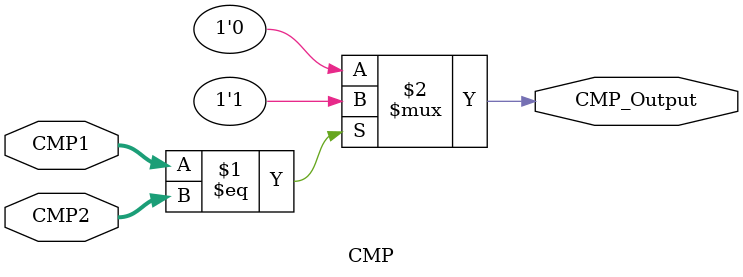
<source format=v>
`timescale 1ns / 1ps
module CMP(
    input wire [31:0] CMP1,
    input wire [31:0] CMP2,
    output wire CMP_Output
	 //output reg [3:0] CMP_judgeBig
    );

    assign CMP_Output = (CMP1 == CMP2) ? 1'b1 : 1'b0;
	
endmodule
</source>
